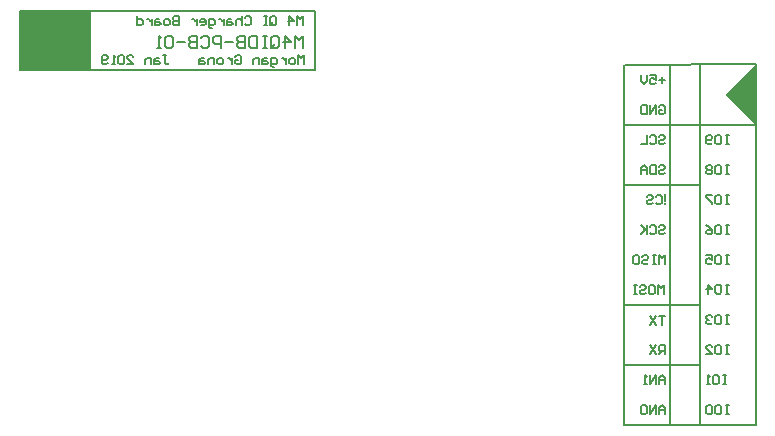
<source format=gbo>
G04*
G04 #@! TF.GenerationSoftware,Altium Limited,Altium Designer,18.1.9 (240)*
G04*
G04 Layer_Color=32896*
%FSLAX24Y24*%
%MOIN*%
G70*
G01*
G75*
%ADD12C,0.0070*%
%ADD13C,0.0080*%
%ADD84C,0.0070*%
%ADD85R,0.2382X0.1919*%
G36*
X24862Y13002D02*
Y10994D01*
X23848Y11998D01*
X24862Y13002D01*
D02*
G37*
D12*
X10170Y12810D02*
Y14779D01*
X327Y12810D02*
X10170Y12810D01*
X327Y14778D02*
X10170Y14779D01*
X24862Y1000D02*
Y13002D01*
X23000Y1000D02*
Y13000D01*
X20500Y11000D02*
X24862D01*
X20500Y13000D02*
X24862Y13002D01*
X22000Y1000D02*
Y13000D01*
X20500Y1000D02*
X24862D01*
X20482D02*
Y13000D01*
X20500Y9000D02*
X23000D01*
X20500Y3000D02*
X23000D01*
X9776Y13568D02*
Y13968D01*
X9643Y13835D01*
X9510Y13968D01*
Y13568D01*
X9176D02*
Y13968D01*
X9376Y13768D01*
X9110D01*
X8710Y13635D02*
Y13901D01*
X8777Y13968D01*
X8910D01*
X8977Y13901D01*
Y13635D01*
X8910Y13568D01*
X8777D01*
X8843Y13701D02*
X8710Y13568D01*
X8777D02*
X8710Y13635D01*
X8577Y13968D02*
X8443D01*
X8510D01*
Y13568D01*
X8577D01*
X8443D01*
X8243Y13968D02*
Y13568D01*
X8044D01*
X7977Y13635D01*
Y13901D01*
X8044Y13968D01*
X8243D01*
X7844D02*
Y13568D01*
X7644D01*
X7577Y13635D01*
Y13701D01*
X7644Y13768D01*
X7844D01*
X7644D01*
X7577Y13835D01*
Y13901D01*
X7644Y13968D01*
X7844D01*
X7444Y13768D02*
X7177D01*
X7044Y13568D02*
Y13968D01*
X6844D01*
X6777Y13901D01*
Y13768D01*
X6844Y13701D01*
X7044D01*
X6377Y13901D02*
X6444Y13968D01*
X6577D01*
X6644Y13901D01*
Y13635D01*
X6577Y13568D01*
X6444D01*
X6377Y13635D01*
X6244Y13968D02*
Y13568D01*
X6044D01*
X5978Y13635D01*
Y13701D01*
X6044Y13768D01*
X6244D01*
X6044D01*
X5978Y13835D01*
Y13901D01*
X6044Y13968D01*
X6244D01*
X5844Y13768D02*
X5578D01*
X5444Y13901D02*
X5378Y13968D01*
X5244D01*
X5178Y13901D01*
Y13635D01*
X5244Y13568D01*
X5378D01*
X5444Y13635D01*
Y13901D01*
X5044Y13568D02*
X4911D01*
X4978D01*
Y13968D01*
X5044Y13901D01*
X9776Y14308D02*
Y14608D01*
X9676Y14508D01*
X9576Y14608D01*
Y14308D01*
X9326D02*
Y14608D01*
X9476Y14458D01*
X9276D01*
X8677Y14358D02*
Y14558D01*
X8727Y14608D01*
X8827D01*
X8877Y14558D01*
Y14358D01*
X8827Y14308D01*
X8727D01*
X8777Y14408D02*
X8677Y14308D01*
X8727D02*
X8677Y14358D01*
X8577Y14608D02*
X8477D01*
X8527D01*
Y14308D01*
X8577D01*
X8477D01*
X7827Y14558D02*
X7877Y14608D01*
X7977D01*
X8027Y14558D01*
Y14358D01*
X7977Y14308D01*
X7877D01*
X7827Y14358D01*
X7727Y14608D02*
Y14308D01*
Y14458D01*
X7677Y14508D01*
X7577D01*
X7527Y14458D01*
Y14308D01*
X7377Y14508D02*
X7277D01*
X7227Y14458D01*
Y14308D01*
X7377D01*
X7427Y14358D01*
X7377Y14408D01*
X7227D01*
X7127Y14508D02*
Y14308D01*
Y14408D01*
X7077Y14458D01*
X7027Y14508D01*
X6977D01*
X6727Y14208D02*
X6677D01*
X6627Y14258D01*
Y14508D01*
X6777D01*
X6827Y14458D01*
Y14358D01*
X6777Y14308D01*
X6627D01*
X6377D02*
X6477D01*
X6527Y14358D01*
Y14458D01*
X6477Y14508D01*
X6377D01*
X6327Y14458D01*
Y14408D01*
X6527D01*
X6227Y14508D02*
Y14308D01*
Y14408D01*
X6177Y14458D01*
X6127Y14508D01*
X6077D01*
X5628Y14608D02*
Y14308D01*
X5478D01*
X5428Y14358D01*
Y14408D01*
X5478Y14458D01*
X5628D01*
X5478D01*
X5428Y14508D01*
Y14558D01*
X5478Y14608D01*
X5628D01*
X5278Y14308D02*
X5178D01*
X5128Y14358D01*
Y14458D01*
X5178Y14508D01*
X5278D01*
X5328Y14458D01*
Y14358D01*
X5278Y14308D01*
X4978Y14508D02*
X4878D01*
X4828Y14458D01*
Y14308D01*
X4978D01*
X5028Y14358D01*
X4978Y14408D01*
X4828D01*
X4728Y14508D02*
Y14308D01*
Y14408D01*
X4678Y14458D01*
X4628Y14508D01*
X4578D01*
X4228Y14608D02*
Y14308D01*
X4378D01*
X4428Y14358D01*
Y14458D01*
X4378Y14508D01*
X4228D01*
X9810Y13010D02*
Y13310D01*
X9710Y13210D01*
X9610Y13310D01*
Y13010D01*
X9460D02*
X9360D01*
X9310Y13060D01*
Y13160D01*
X9360Y13210D01*
X9460D01*
X9510Y13160D01*
Y13060D01*
X9460Y13010D01*
X9210Y13210D02*
Y13010D01*
Y13110D01*
X9160Y13160D01*
X9110Y13210D01*
X9060D01*
X8810Y12910D02*
X8760D01*
X8710Y12960D01*
Y13210D01*
X8860D01*
X8910Y13160D01*
Y13060D01*
X8860Y13010D01*
X8710D01*
X8560Y13210D02*
X8460D01*
X8410Y13160D01*
Y13010D01*
X8560D01*
X8610Y13060D01*
X8560Y13110D01*
X8410D01*
X8310Y13010D02*
Y13210D01*
X8161D01*
X8111Y13160D01*
Y13010D01*
X7511Y13260D02*
X7561Y13310D01*
X7661D01*
X7711Y13260D01*
Y13060D01*
X7661Y13010D01*
X7561D01*
X7511Y13060D01*
Y13160D01*
X7611D01*
X7411Y13210D02*
Y13010D01*
Y13110D01*
X7361Y13160D01*
X7311Y13210D01*
X7261D01*
X7061Y13010D02*
X6961D01*
X6911Y13060D01*
Y13160D01*
X6961Y13210D01*
X7061D01*
X7111Y13160D01*
Y13060D01*
X7061Y13010D01*
X6811D02*
Y13210D01*
X6661D01*
X6611Y13160D01*
Y13010D01*
X6461Y13210D02*
X6361D01*
X6311Y13160D01*
Y13010D01*
X6461D01*
X6511Y13060D01*
X6461Y13110D01*
X6311D01*
X5112Y13310D02*
X5211D01*
X5161D01*
Y13060D01*
X5211Y13010D01*
X5261D01*
X5311Y13060D01*
X4962Y13210D02*
X4862D01*
X4812Y13160D01*
Y13010D01*
X4962D01*
X5012Y13060D01*
X4962Y13110D01*
X4812D01*
X4712Y13010D02*
Y13210D01*
X4562D01*
X4512Y13160D01*
Y13010D01*
X3912D02*
X4112D01*
X3912Y13210D01*
Y13260D01*
X3962Y13310D01*
X4062D01*
X4112Y13260D01*
X3812D02*
X3762Y13310D01*
X3662D01*
X3612Y13260D01*
Y13060D01*
X3662Y13010D01*
X3762D01*
X3812Y13060D01*
Y13260D01*
X3512Y13010D02*
X3412D01*
X3462D01*
Y13310D01*
X3512Y13260D01*
X3262Y13060D02*
X3212Y13010D01*
X3112D01*
X3062Y13060D01*
Y13260D01*
X3112Y13310D01*
X3212D01*
X3262Y13260D01*
Y13210D01*
X3212Y13160D01*
X3062D01*
X21831Y1348D02*
Y1548D01*
X21731Y1648D01*
X21631Y1548D01*
Y1348D01*
Y1498D01*
X21831D01*
X21531Y1348D02*
Y1648D01*
X21331Y1348D01*
Y1648D01*
X21231Y1598D02*
X21181Y1648D01*
X21081D01*
X21031Y1598D01*
Y1398D01*
X21081Y1348D01*
X21181D01*
X21231Y1398D01*
Y1598D01*
X21841Y2343D02*
Y2542D01*
X21741Y2642D01*
X21641Y2542D01*
Y2343D01*
Y2492D01*
X21841D01*
X21541Y2343D02*
Y2642D01*
X21341Y2343D01*
Y2642D01*
X21241Y2343D02*
X21141D01*
X21191D01*
Y2642D01*
X21241Y2592D01*
X21831Y3346D02*
Y3646D01*
X21681D01*
X21631Y3596D01*
Y3496D01*
X21681Y3446D01*
X21831D01*
X21731D02*
X21631Y3346D01*
X21531Y3646D02*
X21331Y3346D01*
Y3646D02*
X21531Y3346D01*
X21859Y4633D02*
X21659D01*
X21759D01*
Y4333D01*
X21559Y4633D02*
X21359Y4333D01*
Y4633D02*
X21559Y4333D01*
X21801Y5344D02*
Y5644D01*
X21701Y5544D01*
X21601Y5644D01*
Y5344D01*
X21351Y5644D02*
X21451D01*
X21501Y5594D01*
Y5394D01*
X21451Y5344D01*
X21351D01*
X21301Y5394D01*
Y5594D01*
X21351Y5644D01*
X21001Y5594D02*
X21051Y5644D01*
X21151D01*
X21201Y5594D01*
Y5544D01*
X21151Y5494D01*
X21051D01*
X21001Y5444D01*
Y5394D01*
X21051Y5344D01*
X21151D01*
X21201Y5394D01*
X20901Y5644D02*
X20801D01*
X20851D01*
Y5344D01*
X20901D01*
X20801D01*
X21841Y6343D02*
Y6642D01*
X21741Y6542D01*
X21641Y6642D01*
Y6343D01*
X21541Y6642D02*
X21441D01*
X21491D01*
Y6343D01*
X21541D01*
X21441D01*
X21091Y6592D02*
X21141Y6642D01*
X21241D01*
X21291Y6592D01*
Y6542D01*
X21241Y6492D01*
X21141D01*
X21091Y6442D01*
Y6392D01*
X21141Y6343D01*
X21241D01*
X21291Y6392D01*
X20841Y6642D02*
X20941D01*
X20991Y6592D01*
Y6392D01*
X20941Y6343D01*
X20841D01*
X20791Y6392D01*
Y6592D01*
X20841Y6642D01*
X21635Y7592D02*
X21685Y7642D01*
X21785D01*
X21835Y7592D01*
Y7542D01*
X21785Y7492D01*
X21685D01*
X21635Y7442D01*
Y7393D01*
X21685Y7343D01*
X21785D01*
X21835Y7393D01*
X21335Y7592D02*
X21385Y7642D01*
X21485D01*
X21535Y7592D01*
Y7393D01*
X21485Y7343D01*
X21385D01*
X21335Y7393D01*
X21235Y7642D02*
Y7343D01*
Y7442D01*
X21035Y7642D01*
X21185Y7492D01*
X21035Y7343D01*
X21831Y8437D02*
Y8687D01*
Y8387D02*
Y8337D01*
X21531Y8587D02*
X21581Y8637D01*
X21681D01*
X21731Y8587D01*
Y8387D01*
X21681Y8337D01*
X21581D01*
X21531Y8387D01*
X21231Y8587D02*
X21281Y8637D01*
X21381D01*
X21431Y8587D01*
Y8537D01*
X21381Y8487D01*
X21281D01*
X21231Y8437D01*
Y8387D01*
X21281Y8337D01*
X21381D01*
X21431Y8387D01*
X21635Y9592D02*
X21685Y9642D01*
X21785D01*
X21835Y9592D01*
Y9542D01*
X21785Y9492D01*
X21685D01*
X21635Y9442D01*
Y9392D01*
X21685Y9343D01*
X21785D01*
X21835Y9392D01*
X21535Y9642D02*
Y9343D01*
X21385D01*
X21335Y9392D01*
Y9592D01*
X21385Y9642D01*
X21535D01*
X21235Y9343D02*
Y9542D01*
X21135Y9642D01*
X21035Y9542D01*
Y9343D01*
Y9492D01*
X21235D01*
X21635Y10592D02*
X21685Y10642D01*
X21785D01*
X21835Y10592D01*
Y10542D01*
X21785Y10492D01*
X21685D01*
X21635Y10442D01*
Y10393D01*
X21685Y10343D01*
X21785D01*
X21835Y10393D01*
X21335Y10592D02*
X21385Y10642D01*
X21485D01*
X21535Y10592D01*
Y10393D01*
X21485Y10343D01*
X21385D01*
X21335Y10393D01*
X21235Y10642D02*
Y10343D01*
X21035D01*
X21635Y11592D02*
X21685Y11642D01*
X21785D01*
X21835Y11592D01*
Y11393D01*
X21785Y11343D01*
X21685D01*
X21635Y11393D01*
Y11492D01*
X21735D01*
X21535Y11343D02*
Y11642D01*
X21335Y11343D01*
Y11642D01*
X21235D02*
Y11343D01*
X21085D01*
X21035Y11393D01*
Y11592D01*
X21085Y11642D01*
X21235D01*
X21835Y12492D02*
X21635D01*
X21735Y12592D02*
Y12392D01*
X21335Y12642D02*
X21535D01*
Y12492D01*
X21435Y12542D01*
X21385D01*
X21335Y12492D01*
Y12392D01*
X21385Y12343D01*
X21485D01*
X21535Y12392D01*
X21235Y12642D02*
Y12442D01*
X21135Y12343D01*
X21035Y12442D01*
Y12642D01*
X23967Y1638D02*
X23867D01*
X23917D01*
Y1339D01*
X23967D01*
X23867D01*
X23567Y1638D02*
X23667D01*
X23717Y1588D01*
Y1389D01*
X23667Y1339D01*
X23567D01*
X23517Y1389D01*
Y1588D01*
X23567Y1638D01*
X23417Y1588D02*
X23367Y1638D01*
X23267D01*
X23217Y1588D01*
Y1389D01*
X23267Y1339D01*
X23367D01*
X23417Y1389D01*
Y1588D01*
X23878Y2642D02*
X23778D01*
X23828D01*
Y2343D01*
X23878D01*
X23778D01*
X23478Y2642D02*
X23578D01*
X23628Y2592D01*
Y2393D01*
X23578Y2343D01*
X23478D01*
X23428Y2393D01*
Y2592D01*
X23478Y2642D01*
X23328Y2343D02*
X23228D01*
X23278D01*
Y2642D01*
X23328Y2592D01*
X23971Y3642D02*
X23871D01*
X23921D01*
Y3343D01*
X23971D01*
X23871D01*
X23571Y3642D02*
X23671D01*
X23721Y3592D01*
Y3392D01*
X23671Y3343D01*
X23571D01*
X23521Y3392D01*
Y3592D01*
X23571Y3642D01*
X23221Y3343D02*
X23421D01*
X23221Y3542D01*
Y3592D01*
X23271Y3642D01*
X23371D01*
X23421Y3592D01*
X23967Y4640D02*
X23867D01*
X23917D01*
Y4341D01*
X23967D01*
X23867D01*
X23567Y4640D02*
X23667D01*
X23717Y4590D01*
Y4391D01*
X23667Y4341D01*
X23567D01*
X23517Y4391D01*
Y4590D01*
X23567Y4640D01*
X23417Y4590D02*
X23367Y4640D01*
X23267D01*
X23217Y4590D01*
Y4540D01*
X23267Y4491D01*
X23317D01*
X23267D01*
X23217Y4441D01*
Y4391D01*
X23267Y4341D01*
X23367D01*
X23417Y4391D01*
X23967Y5654D02*
X23867D01*
X23917D01*
Y5354D01*
X23967D01*
X23867D01*
X23567Y5654D02*
X23667D01*
X23717Y5604D01*
Y5404D01*
X23667Y5354D01*
X23567D01*
X23517Y5404D01*
Y5604D01*
X23567Y5654D01*
X23267Y5354D02*
Y5654D01*
X23417Y5504D01*
X23217D01*
X23971Y6642D02*
X23871D01*
X23921D01*
Y6343D01*
X23971D01*
X23871D01*
X23571Y6642D02*
X23671D01*
X23721Y6592D01*
Y6392D01*
X23671Y6343D01*
X23571D01*
X23521Y6392D01*
Y6592D01*
X23571Y6642D01*
X23221D02*
X23421D01*
Y6492D01*
X23321Y6542D01*
X23271D01*
X23221Y6492D01*
Y6392D01*
X23271Y6343D01*
X23371D01*
X23421Y6392D01*
X23971Y7642D02*
X23871D01*
X23921D01*
Y7343D01*
X23971D01*
X23871D01*
X23571Y7642D02*
X23671D01*
X23721Y7592D01*
Y7393D01*
X23671Y7343D01*
X23571D01*
X23521Y7393D01*
Y7592D01*
X23571Y7642D01*
X23221D02*
X23321Y7592D01*
X23421Y7492D01*
Y7393D01*
X23371Y7343D01*
X23271D01*
X23221Y7393D01*
Y7442D01*
X23271Y7492D01*
X23421D01*
X23971Y8642D02*
X23871D01*
X23921D01*
Y8343D01*
X23971D01*
X23871D01*
X23571Y8642D02*
X23671D01*
X23721Y8592D01*
Y8393D01*
X23671Y8343D01*
X23571D01*
X23521Y8393D01*
Y8592D01*
X23571Y8642D01*
X23421D02*
X23221D01*
Y8592D01*
X23421Y8393D01*
Y8343D01*
X23971Y9642D02*
X23871D01*
X23921D01*
Y9343D01*
X23971D01*
X23871D01*
X23571Y9642D02*
X23671D01*
X23721Y9592D01*
Y9392D01*
X23671Y9343D01*
X23571D01*
X23521Y9392D01*
Y9592D01*
X23571Y9642D01*
X23421Y9592D02*
X23371Y9642D01*
X23271D01*
X23221Y9592D01*
Y9542D01*
X23271Y9492D01*
X23221Y9442D01*
Y9392D01*
X23271Y9343D01*
X23371D01*
X23421Y9392D01*
Y9442D01*
X23371Y9492D01*
X23421Y9542D01*
Y9592D01*
X23371Y9492D02*
X23271D01*
X23971Y10642D02*
X23871D01*
X23921D01*
Y10343D01*
X23971D01*
X23871D01*
X23571Y10642D02*
X23671D01*
X23721Y10592D01*
Y10393D01*
X23671Y10343D01*
X23571D01*
X23521Y10393D01*
Y10592D01*
X23571Y10642D01*
X23421Y10393D02*
X23371Y10343D01*
X23271D01*
X23221Y10393D01*
Y10592D01*
X23271Y10642D01*
X23371D01*
X23421Y10592D01*
Y10542D01*
X23371Y10492D01*
X23221D01*
D13*
X20500Y5000D02*
X23000D01*
D84*
X327Y12810D02*
Y14778D01*
D85*
X1528Y13789D02*
D03*
M02*

</source>
